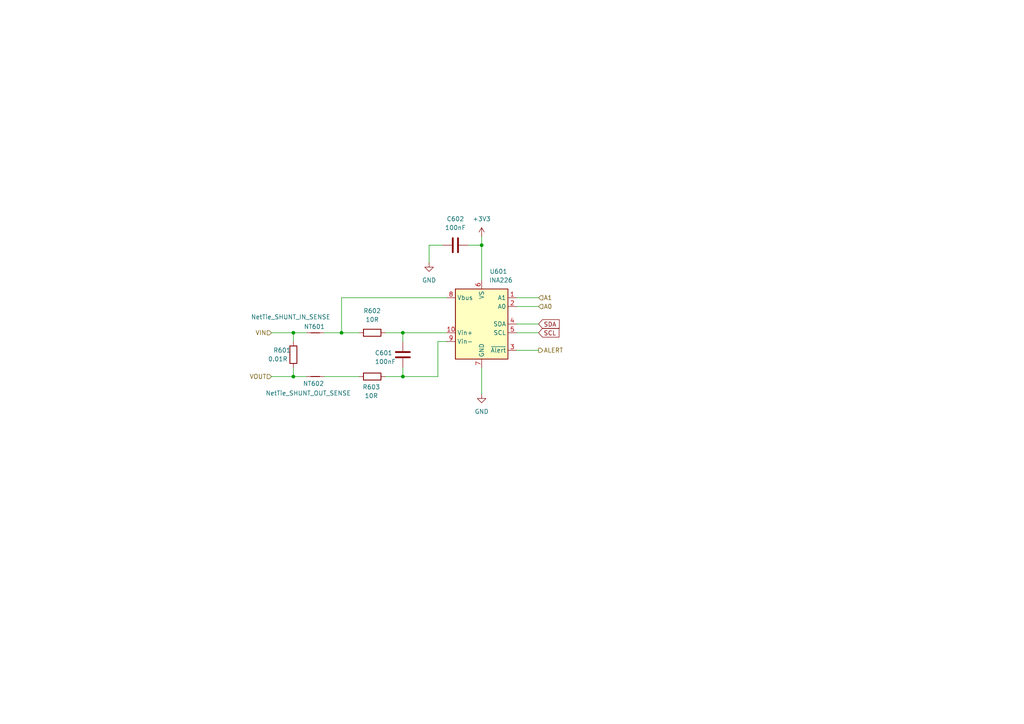
<source format=kicad_sch>
(kicad_sch (version 20250114) (generator "eeschema") (generator_version "9.0")
  (paper "A4")
  (lib_symbols
    (symbol "Device:C" (pin_numbers (hide yes)) (pin_names (offset 0.254))
      (property "Reference" "C" (at 0.635 2.54 0))
      (property "Value" "C" (at 0.635 -2.54 0))
      (symbol "C_0_1"
        (polyline (pts (xy -2.032 0.762) (xy 2.032 0.762)) (stroke (width 0.508)))
        (polyline (pts (xy -2.032 -0.762) (xy 2.032 -0.762)) (stroke (width 0.508)))
      )
      (symbol "C_1_1"
        (pin passive line (at 0 3.81 270) (length 2.794) (name "~") (number "1"))
        (pin passive line (at 0 -3.81 90) (length 2.794) (name "~") (number "2"))
      )
    )
    (symbol "Device:NetTie_2" (pin_numbers (hide yes)) (pin_names (offset 0) (hide yes)) (in_bom no)
      (property "Reference" "NT" (at 0 1.27 0))
      (property "Value" "NetTie_2" (at 0 -1.27 0))
      (symbol "NetTie_2_0_1"
        (polyline (pts (xy -1.27 0) (xy 1.27 0)) (stroke (width 0.254)))
      )
      (symbol "NetTie_2_1_1"
        (pin passive line (at -2.54 0 0) (length 2.54) (name "1") (number "1"))
        (pin passive line (at 2.54 0 180) (length 2.54) (name "2") (number "2"))
      )
    )
    (symbol "Device:R" (pin_numbers (hide yes)) (pin_names (offset 0))
      (property "Reference" "R" (at 2.032 0 90))
      (property "Value" "R" (at 0 0 90))
      (symbol "R_0_1"
        (rectangle (start -1.016 -2.54) (end 1.016 2.54) (stroke (width 0.254)))
      )
      (symbol "R_1_1"
        (pin passive line (at 0 3.81 270) (length 1.27) (name "~") (number "1"))
        (pin passive line (at 0 -3.81 90) (length 1.27) (name "~") (number "2"))
      )
    )
    (symbol "Sensor_Energy:INA226"
      (property "Reference" "U" (at -6.35 11.43 0))
      (property "Value" "INA226" (at 3.81 11.43 0))
      (symbol "INA226_0_1"
        (rectangle (start 7.62 10.16) (end -7.62 -10.16) (stroke (width 0.254)) (fill (type background)))
      )
      (symbol "INA226_1_1"
        (pin input line (at -10.16 7.62 0) (length 2.54) (name "Vbus") (number "8"))
        (pin input line (at -10.16 -2.54 0) (length 2.54) (name "Vin+") (number "10"))
        (pin input line (at -10.16 -5.08 0) (length 2.54) (name "Vin-") (number "9"))
        (pin power_in line (at 0 12.7 270) (length 2.54) (name "VS") (number "6"))
        (pin power_in line (at 0 -12.7 90) (length 2.54) (name "GND") (number "7"))
        (pin input line (at 10.16 7.62 180) (length 2.54) (name "A1") (number "1"))
        (pin input line (at 10.16 5.08 180) (length 2.54) (name "A0") (number "2"))
        (pin bidirectional line (at 10.16 0 180) (length 2.54) (name "SDA") (number "4"))
        (pin input line (at 10.16 -2.54 180) (length 2.54) (name "SCL") (number "5"))
        (pin open_collector line (at 10.16 -7.62 180) (length 2.54) (name "~{Alert}") (number "3"))
      )
    )
    (symbol "power:+3.3V" (power) (pin_numbers (hide yes)) (pin_names (offset 0) (hide yes))
      (property "Value" "+3.3V" (at 0 3.556 0))
      (symbol "+3.3V_0_1"
        (polyline (pts (xy -0.762 1.27) (xy 0 2.54)))
        (polyline (pts (xy 0 2.54) (xy 0.762 1.27)))
        (polyline (pts (xy 0 0) (xy 0 2.54)))
      )
      (symbol "+3.3V_1_1"
        (pin power_in line (at 0 0 90) (length 0) (name "~") (number "1"))
      )
    )
    (symbol "power:GND" (power) (pin_numbers (hide yes)) (pin_names (offset 0) (hide yes))
      (property "Value" "GND" (at 0 -3.81 0))
      (symbol "GND_0_1"
        (polyline (pts (xy 0 0) (xy 0 -1.27) (xy 1.27 -1.27) (xy 0 -2.54) (xy -1.27 -1.27) (xy 0 -1.27)))
      )
      (symbol "GND_1_1"
        (pin power_in line (at 0 0 270) (length 0) (name "~") (number "1"))
      )
    )
  )
  (junction (at 99.06 96.52))
  (junction (at 85.09 109.22))
  (junction (at 85.09 96.52))
  (junction (at 139.7 71.12))
  (junction (at 116.84 109.22))
  (junction (at 116.84 96.52))
  (wire (pts (xy 78.74 109.22) (xy 85.09 109.22)))
  (wire (pts (xy 149.86 96.52) (xy 156.21 96.52)))
  (wire (pts (xy 127 109.22) (xy 127 99.06)))
  (wire (pts (xy 116.84 96.52) (xy 116.84 99.06)))
  (wire (pts (xy 93.98 96.52) (xy 99.06 96.52)))
  (wire (pts (xy 99.06 86.36) (xy 129.54 86.36)))
  (wire (pts (xy 116.84 109.22) (xy 127 109.22)))
  (wire (pts (xy 99.06 86.36) (xy 99.06 96.52)))
  (wire (pts (xy 85.09 96.52) (xy 88.9 96.52)))
  (wire (pts (xy 93.98 109.22) (xy 104.14 109.22)))
  (wire (pts (xy 116.84 106.68) (xy 116.84 109.22)))
  (wire (pts (xy 111.76 96.52) (xy 116.84 96.52)))
  (wire (pts (xy 139.7 114.3) (xy 139.7 106.68)))
  (wire (pts (xy 111.76 109.22) (xy 116.84 109.22)))
  (wire (pts (xy 124.46 71.12) (xy 128.27 71.12)))
  (wire (pts (xy 149.86 101.6) (xy 156.21 101.6)))
  (wire (pts (xy 139.7 71.12) (xy 139.7 81.28)))
  (wire (pts (xy 99.06 96.52) (xy 104.14 96.52)))
  (wire (pts (xy 156.21 88.9) (xy 149.86 88.9)))
  (wire (pts (xy 149.86 93.98) (xy 156.21 93.98)))
  (wire (pts (xy 78.74 96.52) (xy 85.09 96.52)))
  (wire (pts (xy 124.46 71.12) (xy 124.46 76.2)))
  (wire (pts (xy 156.21 86.36) (xy 149.86 86.36)))
  (wire (pts (xy 135.89 71.12) (xy 139.7 71.12)))
  (wire (pts (xy 85.09 109.22) (xy 88.9 109.22)))
  (wire (pts (xy 116.84 96.52) (xy 129.54 96.52)))
  (wire (pts (xy 85.09 109.22) (xy 85.09 106.68)))
  (wire (pts (xy 127 99.06) (xy 129.54 99.06)))
  (wire (pts (xy 85.09 96.52) (xy 85.09 99.06)))
  (wire (pts (xy 139.7 68.58) (xy 139.7 71.12)))
  (global_label "SDA" (shape input) (at 156.21 93.98 0) (property "Intersheetrefs" "${INTERSHEET_REFS}" (effects (hide yes))))
  (global_label "SCL" (shape input) (at 156.21 96.52 0) (property "Intersheetrefs" "${INTERSHEET_REFS}" (effects (hide yes))))
  (hierarchical_label "VIN" (shape input) (at 78.74 96.52 180))
  (hierarchical_label "A0" (shape input) (at 156.21 88.9 0))
  (hierarchical_label "ALERT" (shape output) (at 156.21 101.6 0))
  (hierarchical_label "A1" (shape input) (at 156.21 86.36 0))
  (hierarchical_label "VOUT" (shape input) (at 78.74 109.22 180))
  (symbol (lib_id "Device:C") (at 132.08 71.12 270) (unit 1)
    (property "Reference" "C502" (at 132.08 63.5 90))
    (property "Value" "100nF" (at 132.08 66.04 90))
    (property "Footprint" "Capacitor_SMD:C_0603_1608Metric" (effects (hide yes)))
    (property "Description" "Unpolarized capacitor" (effects (hide yes)))
    (instances (project "" (path "" (reference "C602") (unit 1)) (path "" (reference "C702") (unit 1)) (path "" (reference "C1202") (unit 1)) (path "" (reference "C502") (unit 1)) (path "" (reference "C1002") (unit 1))))
  )
  (symbol (lib_id "Device:R") (at 107.95 109.22 90) (unit 1)
    (property "Reference" "R503" (at 107.696 112.268 90))
    (property "Value" "10R" (at 107.696 114.808 90))
    (property "Footprint" "Resistor_SMD:R_0603_1608Metric_Pad0.98x0.95mm_HandSolder" (effects (hide yes)))
    (property "Description" "Resistor" (effects (hide yes)))
    (instances (project "NosVolt" (path "" (reference "R603") (unit 1)) (path "" (reference "R703") (unit 1)) (path "" (reference "R1203") (unit 1)) (path "" (reference "R503") (unit 1)) (path "" (reference "R1003") (unit 1))))
  )
  (symbol (lib_id "Sensor_Energy:INA226") (at 139.7 93.98 0) (unit 1)
    (property "Reference" "U501" (at 141.986 78.74 0) (effects (justify left)))
    (property "Value" "INA226" (at 141.8433 81.28 0) (effects (justify left)))
    (property "Footprint" "Package_SO:VSSOP-10_3x3mm_P0.5mm" (effects (hide yes)))
    (property "Datasheet" "http://www.ti.com/lit/ds/symlink/ina226.pdf" (effects (hide yes)))
    (property "Description" "High-Side or Low-Side Measurement, Bi-Directional Current and Power Monitor (0-36V) with I2C Compatible Interface, VSSOP-10" (effects (hide yes)))
    (instances (project "" (path "" (reference "U601") (unit 1)) (path "" (reference "U701") (unit 1)) (path "" (reference "U1201") (unit 1)) (path "" (reference "U501") (unit 1)) (path "" (reference "U1001") (unit 1))))
  )
  (symbol (lib_id "power:GND") (at 139.7 114.3 0) (unit 1)
    (property "Reference" "#PWR0503" (effects (hide yes)))
    (property "Value" "GND" (at 139.7 119.38 0))
    (property "Description" "Power symbol creates a global label with name \"GND\" , ground" (effects (hide yes)))
    (instances (project "" (path "" (reference "#PWR0603") (unit 1)) (path "" (reference "#PWR0703") (unit 1)) (path "" (reference "#PWR01203") (unit 1)) (path "" (reference "#PWR0503") (unit 1)) (path "" (reference "#PWR01003") (unit 1))))
  )
  (symbol (lib_id "Device:C") (at 116.84 102.87 0) (unit 1)
    (property "Reference" "C501" (at 108.712 102.362 0) (effects (justify left)))
    (property "Value" "100nF" (at 108.712 104.902 0) (effects (justify left)))
    (property "Footprint" "Capacitor_SMD:C_0603_1608Metric" (effects (hide yes)))
    (property "Description" "Unpolarized capacitor" (effects (hide yes)))
    (instances (project "NosVolt" (path "" (reference "C601") (unit 1)) (path "" (reference "C701") (unit 1)) (path "" (reference "C1201") (unit 1)) (path "" (reference "C501") (unit 1)) (path "" (reference "C1001") (unit 1))))
  )
  (symbol (lib_id "power:GND") (at 124.46 76.2 0) (unit 1)
    (property "Reference" "#PWR0501" (effects (hide yes)))
    (property "Value" "GND" (at 124.46 81.28 0))
    (property "Description" "Power symbol creates a global label with name \"GND\" , ground" (effects (hide yes)))
    (instances (project "NosVolt" (path "" (reference "#PWR0601") (unit 1)) (path "" (reference "#PWR0701") (unit 1)) (path "" (reference "#PWR01201") (unit 1)) (path "" (reference "#PWR0501") (unit 1)) (path "" (reference "#PWR01001") (unit 1))))
  )
  (symbol (lib_id "Device:R") (at 85.09 102.87 180) (unit 1)
    (property "Reference" "R501" (at 79.248 101.6 0) (effects (justify right)))
    (property "Value" "0.01R" (at 77.724 104.14 0) (effects (justify right)))
    (property "Footprint" "Resistor_SMD:R_2512_6332Metric_Pad1.40x3.35mm_HandSolder" (effects (hide yes)))
    (property "Description" "Resistor" (effects (hide yes)))
    (instances (project "NosVolt" (path "" (reference "R601") (unit 1)) (path "" (reference "R701") (unit 1)) (path "" (reference "R1201") (unit 1)) (path "" (reference "R501") (unit 1)) (path "" (reference "R1001") (unit 1))))
  )
  (symbol (lib_id "Device:R") (at 107.95 96.52 90) (unit 1)
    (property "Reference" "R502" (at 107.95 90.17 90))
    (property "Value" "10R" (at 107.95 92.71 90))
    (property "Footprint" "Resistor_SMD:R_0603_1608Metric_Pad0.98x0.95mm_HandSolder" (effects (hide yes)))
    (property "Description" "Resistor" (effects (hide yes)))
    (instances (project "NosVolt" (path "" (reference "R602") (unit 1)) (path "" (reference "R702") (unit 1)) (path "" (reference "R1202") (unit 1)) (path "" (reference "R502") (unit 1)) (path "" (reference "R1002") (unit 1))))
  )
  (symbol (lib_id "Device:NetTie_2") (at 91.44 109.22 0) (unit 1) (in_bom no)
    (property "Reference" "NT502" (at 90.932 111.252 0))
    (property "Value" "NetTie_SHUNT_OUT_SENSE" (at 89.408 114.046 0))
    (property "Footprint" "NetTie:NetTie-2_SMD_Pad0.5mm" (effects (hide yes)))
    (property "Description" "Net tie, 2 pins" (effects (hide yes)))
    (instances (project "" (path "" (reference "NT602") (unit 1)) (path "" (reference "NT702") (unit 1)) (path "" (reference "NT1202") (unit 1)) (path "" (reference "NT502") (unit 1)) (path "" (reference "NT1002") (unit 1))))
  )
  (symbol (lib_id "power:+3.3V") (at 139.7 68.58 0) (unit 1)
    (property "Reference" "#PWR0502" (effects (hide yes)))
    (property "Value" "+3V3" (at 139.7 63.5 0))
    (property "Description" "Power symbol creates a global label with name \"+3.3V\"" (effects (hide yes)))
    (instances (project "" (path "" (reference "#PWR0602") (unit 1)) (path "" (reference "#PWR0702") (unit 1)) (path "" (reference "#PWR01202") (unit 1)) (path "" (reference "#PWR0502") (unit 1)) (path "" (reference "#PWR01002") (unit 1))))
  )
  (symbol (lib_id "Device:NetTie_2") (at 91.44 96.52 0) (unit 1) (in_bom no)
    (property "Reference" "NT501" (at 91.186 94.742 0))
    (property "Value" "NetTie_SHUNT_IN_SENSE" (at 84.328 91.948 0))
    (property "Footprint" "NetTie:NetTie-2_SMD_Pad0.5mm" (effects (hide yes)))
    (property "Description" "Net tie, 2 pins" (effects (hide yes)))
    (instances (project "" (path "" (reference "NT601") (unit 1)) (path "" (reference "NT701") (unit 1)) (path "" (reference "NT1201") (unit 1)) (path "" (reference "NT501") (unit 1)) (path "" (reference "NT1001") (unit 1))))
  )
)
</source>
